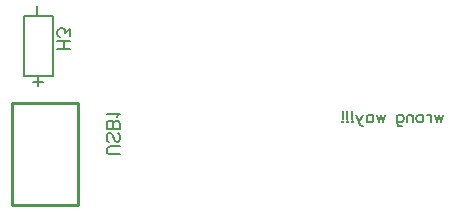
<source format=gbo>
G04 Layer: BottomSilkscreenLayer*
G04 EasyEDA v6.5.23, 2025-04-20 18:15:51*
G04 2b0ee3c3499d41c98384b79ec2d58562,f9be1a6569124c8bb78035afb8aa2461,10*
G04 Gerber Generator version 0.2*
G04 Scale: 100 percent, Rotated: No, Reflected: No *
G04 Dimensions in millimeters *
G04 leading zeros omitted , absolute positions ,4 integer and 5 decimal *
%FSLAX45Y45*%
%MOMM*%

%ADD10C,0.2032*%
%ADD11C,0.2100*%
%ADD12C,0.1524*%
%ADD13C,0.2540*%

%LPD*%
D10*
X124081Y-1246123D02*
G01*
X124081Y-1328165D01*
X164975Y-1287018D02*
G01*
X83187Y-1287018D01*
D11*
X3556000Y-1569209D02*
G01*
X3537818Y-1632846D01*
X3519637Y-1569209D02*
G01*
X3537818Y-1632846D01*
X3519637Y-1569209D02*
G01*
X3501453Y-1632846D01*
X3483272Y-1569209D02*
G01*
X3501453Y-1632846D01*
X3453272Y-1569209D02*
G01*
X3453272Y-1632846D01*
X3453272Y-1596481D02*
G01*
X3448728Y-1582846D01*
X3439637Y-1573753D01*
X3430546Y-1569209D01*
X3416909Y-1569209D01*
X3364181Y-1569209D02*
G01*
X3373272Y-1573753D01*
X3382363Y-1582846D01*
X3386909Y-1596481D01*
X3386909Y-1605572D01*
X3382363Y-1619209D01*
X3373272Y-1628300D01*
X3364181Y-1632846D01*
X3350547Y-1632846D01*
X3341453Y-1628300D01*
X3332363Y-1619209D01*
X3327819Y-1605572D01*
X3327819Y-1596481D01*
X3332363Y-1582846D01*
X3341453Y-1573753D01*
X3350547Y-1569209D01*
X3364181Y-1569209D01*
X3297819Y-1569209D02*
G01*
X3297819Y-1632846D01*
X3297819Y-1587390D02*
G01*
X3284181Y-1573753D01*
X3275091Y-1569209D01*
X3261453Y-1569209D01*
X3252363Y-1573753D01*
X3247819Y-1587390D01*
X3247819Y-1632846D01*
X3163272Y-1569209D02*
G01*
X3163272Y-1641937D01*
X3167819Y-1655571D01*
X3172363Y-1660118D01*
X3181454Y-1664662D01*
X3195091Y-1664662D01*
X3204182Y-1660118D01*
X3163272Y-1582846D02*
G01*
X3172363Y-1573753D01*
X3181454Y-1569209D01*
X3195091Y-1569209D01*
X3204182Y-1573753D01*
X3213272Y-1582846D01*
X3217819Y-1596481D01*
X3217819Y-1605572D01*
X3213272Y-1619209D01*
X3204182Y-1628300D01*
X3195091Y-1632846D01*
X3181454Y-1632846D01*
X3172363Y-1628300D01*
X3163272Y-1619209D01*
X3063273Y-1569209D02*
G01*
X3045091Y-1632846D01*
X3026910Y-1569209D02*
G01*
X3045091Y-1632846D01*
X3026910Y-1569209D02*
G01*
X3008729Y-1632846D01*
X2990547Y-1569209D02*
G01*
X3008729Y-1632846D01*
X2906001Y-1569209D02*
G01*
X2906001Y-1632846D01*
X2906001Y-1582846D02*
G01*
X2915091Y-1573753D01*
X2924182Y-1569209D01*
X2937819Y-1569209D01*
X2946910Y-1573753D01*
X2956001Y-1582846D01*
X2960547Y-1596481D01*
X2960547Y-1605572D01*
X2956001Y-1619209D01*
X2946910Y-1628300D01*
X2937819Y-1632846D01*
X2924182Y-1632846D01*
X2915091Y-1628300D01*
X2906001Y-1619209D01*
X2871454Y-1569209D02*
G01*
X2844182Y-1632846D01*
X2816910Y-1569209D02*
G01*
X2844182Y-1632846D01*
X2853273Y-1651027D01*
X2862364Y-1660118D01*
X2871454Y-1664662D01*
X2876001Y-1664662D01*
X2782364Y-1537390D02*
G01*
X2782364Y-1601028D01*
X2782364Y-1623753D02*
G01*
X2786910Y-1628300D01*
X2782364Y-1632846D01*
X2777820Y-1628300D01*
X2782364Y-1623753D01*
X2743273Y-1537390D02*
G01*
X2743273Y-1601028D01*
X2743273Y-1623753D02*
G01*
X2747820Y-1628300D01*
X2743273Y-1632846D01*
X2738729Y-1628300D01*
X2743273Y-1623753D01*
X2704183Y-1537390D02*
G01*
X2704183Y-1601028D01*
X2704183Y-1623753D02*
G01*
X2708729Y-1628300D01*
X2704183Y-1632846D01*
X2699638Y-1628300D01*
X2704183Y-1623753D01*
D10*
X118737Y-647700D02*
G01*
X118737Y-729518D01*
D12*
X813815Y-1905000D02*
G01*
X735837Y-1905000D01*
X720344Y-1899920D01*
X709929Y-1889505D01*
X704850Y-1873757D01*
X704850Y-1863344D01*
X709929Y-1847850D01*
X720344Y-1837436D01*
X735837Y-1832355D01*
X813815Y-1832355D01*
X798321Y-1725168D02*
G01*
X808736Y-1735581D01*
X813815Y-1751329D01*
X813815Y-1771904D01*
X808736Y-1787652D01*
X798321Y-1798065D01*
X787907Y-1798065D01*
X777494Y-1792731D01*
X772160Y-1787652D01*
X767079Y-1777237D01*
X756665Y-1745995D01*
X751586Y-1735581D01*
X746252Y-1730502D01*
X735837Y-1725168D01*
X720344Y-1725168D01*
X709929Y-1735581D01*
X704850Y-1751329D01*
X704850Y-1771904D01*
X709929Y-1787652D01*
X720344Y-1798065D01*
X813815Y-1690878D02*
G01*
X704850Y-1690878D01*
X813815Y-1690878D02*
G01*
X813815Y-1644142D01*
X808736Y-1628647D01*
X803402Y-1623313D01*
X792987Y-1618234D01*
X782573Y-1618234D01*
X772160Y-1623313D01*
X767079Y-1628647D01*
X762000Y-1644142D01*
X762000Y-1690878D02*
G01*
X762000Y-1644142D01*
X756665Y-1628647D01*
X751586Y-1623313D01*
X741171Y-1618234D01*
X725423Y-1618234D01*
X715010Y-1623313D01*
X709929Y-1628647D01*
X704850Y-1644142D01*
X704850Y-1690878D01*
X792987Y-1583944D02*
G01*
X798321Y-1573529D01*
X813815Y-1558036D01*
X704850Y-1558036D01*
X394715Y-1016000D02*
G01*
X285750Y-1016000D01*
X394715Y-943355D02*
G01*
X285750Y-943355D01*
X342900Y-1016000D02*
G01*
X342900Y-943355D01*
X394715Y-898652D02*
G01*
X394715Y-841502D01*
X353060Y-872489D01*
X353060Y-856995D01*
X347979Y-846581D01*
X342900Y-841502D01*
X327152Y-836168D01*
X316737Y-836168D01*
X301244Y-841502D01*
X290829Y-851915D01*
X285750Y-867410D01*
X285750Y-882904D01*
X290829Y-898652D01*
X295910Y-903731D01*
X306323Y-909065D01*
D13*
X466089Y-2336292D02*
G01*
X466089Y-1471803D01*
X-93903Y-1471803D01*
X-93903Y-2336292D01*
X466089Y-2336292D01*
D10*
X254000Y-736600D02*
G01*
X2539Y-736600D01*
X2539Y-1244600D01*
X254000Y-1244600D01*
X254000Y-736600D01*
M02*

</source>
